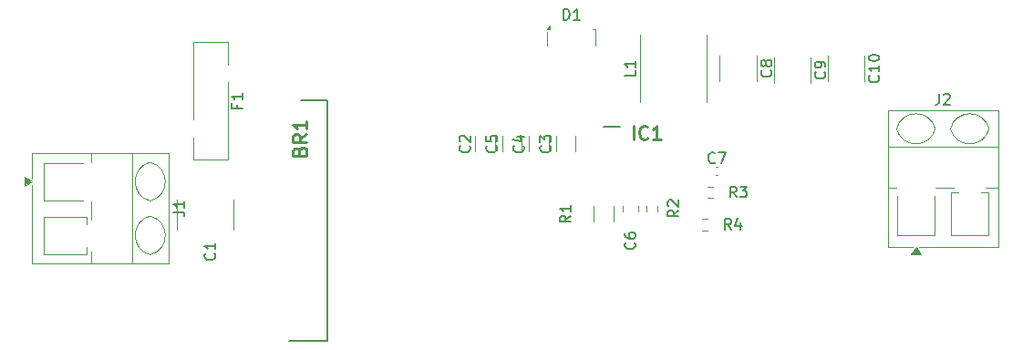
<source format=gbr>
%TF.GenerationSoftware,KiCad,Pcbnew,9.0.6*%
%TF.CreationDate,2025-11-14T16:09:11+05:30*%
%TF.ProjectId,fiveV_2A_LPS,66697665-565f-4324-915f-4c50532e6b69,rev?*%
%TF.SameCoordinates,Original*%
%TF.FileFunction,Legend,Top*%
%TF.FilePolarity,Positive*%
%FSLAX46Y46*%
G04 Gerber Fmt 4.6, Leading zero omitted, Abs format (unit mm)*
G04 Created by KiCad (PCBNEW 9.0.6) date 2025-11-14 16:09:11*
%MOMM*%
%LPD*%
G01*
G04 APERTURE LIST*
%ADD10C,0.150000*%
%ADD11C,0.254000*%
%ADD12C,0.120000*%
%ADD13C,0.200000*%
G04 APERTURE END LIST*
D10*
X208009580Y-102166666D02*
X208057200Y-102214285D01*
X208057200Y-102214285D02*
X208104819Y-102357142D01*
X208104819Y-102357142D02*
X208104819Y-102452380D01*
X208104819Y-102452380D02*
X208057200Y-102595237D01*
X208057200Y-102595237D02*
X207961961Y-102690475D01*
X207961961Y-102690475D02*
X207866723Y-102738094D01*
X207866723Y-102738094D02*
X207676247Y-102785713D01*
X207676247Y-102785713D02*
X207533390Y-102785713D01*
X207533390Y-102785713D02*
X207342914Y-102738094D01*
X207342914Y-102738094D02*
X207247676Y-102690475D01*
X207247676Y-102690475D02*
X207152438Y-102595237D01*
X207152438Y-102595237D02*
X207104819Y-102452380D01*
X207104819Y-102452380D02*
X207104819Y-102357142D01*
X207104819Y-102357142D02*
X207152438Y-102214285D01*
X207152438Y-102214285D02*
X207200057Y-102166666D01*
X207200057Y-101785713D02*
X207152438Y-101738094D01*
X207152438Y-101738094D02*
X207104819Y-101642856D01*
X207104819Y-101642856D02*
X207104819Y-101404761D01*
X207104819Y-101404761D02*
X207152438Y-101309523D01*
X207152438Y-101309523D02*
X207200057Y-101261904D01*
X207200057Y-101261904D02*
X207295295Y-101214285D01*
X207295295Y-101214285D02*
X207390533Y-101214285D01*
X207390533Y-101214285D02*
X207533390Y-101261904D01*
X207533390Y-101261904D02*
X208104819Y-101833332D01*
X208104819Y-101833332D02*
X208104819Y-101214285D01*
X215509580Y-102166666D02*
X215557200Y-102214285D01*
X215557200Y-102214285D02*
X215604819Y-102357142D01*
X215604819Y-102357142D02*
X215604819Y-102452380D01*
X215604819Y-102452380D02*
X215557200Y-102595237D01*
X215557200Y-102595237D02*
X215461961Y-102690475D01*
X215461961Y-102690475D02*
X215366723Y-102738094D01*
X215366723Y-102738094D02*
X215176247Y-102785713D01*
X215176247Y-102785713D02*
X215033390Y-102785713D01*
X215033390Y-102785713D02*
X214842914Y-102738094D01*
X214842914Y-102738094D02*
X214747676Y-102690475D01*
X214747676Y-102690475D02*
X214652438Y-102595237D01*
X214652438Y-102595237D02*
X214604819Y-102452380D01*
X214604819Y-102452380D02*
X214604819Y-102357142D01*
X214604819Y-102357142D02*
X214652438Y-102214285D01*
X214652438Y-102214285D02*
X214700057Y-102166666D01*
X214604819Y-101833332D02*
X214604819Y-101214285D01*
X214604819Y-101214285D02*
X214985771Y-101547618D01*
X214985771Y-101547618D02*
X214985771Y-101404761D01*
X214985771Y-101404761D02*
X215033390Y-101309523D01*
X215033390Y-101309523D02*
X215081009Y-101261904D01*
X215081009Y-101261904D02*
X215176247Y-101214285D01*
X215176247Y-101214285D02*
X215414342Y-101214285D01*
X215414342Y-101214285D02*
X215509580Y-101261904D01*
X215509580Y-101261904D02*
X215557200Y-101309523D01*
X215557200Y-101309523D02*
X215604819Y-101404761D01*
X215604819Y-101404761D02*
X215604819Y-101690475D01*
X215604819Y-101690475D02*
X215557200Y-101785713D01*
X215557200Y-101785713D02*
X215509580Y-101833332D01*
X232833333Y-106954819D02*
X232500000Y-106478628D01*
X232261905Y-106954819D02*
X232261905Y-105954819D01*
X232261905Y-105954819D02*
X232642857Y-105954819D01*
X232642857Y-105954819D02*
X232738095Y-106002438D01*
X232738095Y-106002438D02*
X232785714Y-106050057D01*
X232785714Y-106050057D02*
X232833333Y-106145295D01*
X232833333Y-106145295D02*
X232833333Y-106288152D01*
X232833333Y-106288152D02*
X232785714Y-106383390D01*
X232785714Y-106383390D02*
X232738095Y-106431009D01*
X232738095Y-106431009D02*
X232642857Y-106478628D01*
X232642857Y-106478628D02*
X232261905Y-106478628D01*
X233166667Y-105954819D02*
X233785714Y-105954819D01*
X233785714Y-105954819D02*
X233452381Y-106335771D01*
X233452381Y-106335771D02*
X233595238Y-106335771D01*
X233595238Y-106335771D02*
X233690476Y-106383390D01*
X233690476Y-106383390D02*
X233738095Y-106431009D01*
X233738095Y-106431009D02*
X233785714Y-106526247D01*
X233785714Y-106526247D02*
X233785714Y-106764342D01*
X233785714Y-106764342D02*
X233738095Y-106859580D01*
X233738095Y-106859580D02*
X233690476Y-106907200D01*
X233690476Y-106907200D02*
X233595238Y-106954819D01*
X233595238Y-106954819D02*
X233309524Y-106954819D01*
X233309524Y-106954819D02*
X233214286Y-106907200D01*
X233214286Y-106907200D02*
X233166667Y-106859580D01*
X217454819Y-108666666D02*
X216978628Y-108999999D01*
X217454819Y-109238094D02*
X216454819Y-109238094D01*
X216454819Y-109238094D02*
X216454819Y-108857142D01*
X216454819Y-108857142D02*
X216502438Y-108761904D01*
X216502438Y-108761904D02*
X216550057Y-108714285D01*
X216550057Y-108714285D02*
X216645295Y-108666666D01*
X216645295Y-108666666D02*
X216788152Y-108666666D01*
X216788152Y-108666666D02*
X216883390Y-108714285D01*
X216883390Y-108714285D02*
X216931009Y-108761904D01*
X216931009Y-108761904D02*
X216978628Y-108857142D01*
X216978628Y-108857142D02*
X216978628Y-109238094D01*
X217454819Y-107714285D02*
X217454819Y-108285713D01*
X217454819Y-107999999D02*
X216454819Y-107999999D01*
X216454819Y-107999999D02*
X216597676Y-108095237D01*
X216597676Y-108095237D02*
X216692914Y-108190475D01*
X216692914Y-108190475D02*
X216740533Y-108285713D01*
X180574819Y-108333333D02*
X181289104Y-108333333D01*
X181289104Y-108333333D02*
X181431961Y-108380952D01*
X181431961Y-108380952D02*
X181527200Y-108476190D01*
X181527200Y-108476190D02*
X181574819Y-108619047D01*
X181574819Y-108619047D02*
X181574819Y-108714285D01*
X181574819Y-107333333D02*
X181574819Y-107904761D01*
X181574819Y-107619047D02*
X180574819Y-107619047D01*
X180574819Y-107619047D02*
X180717676Y-107714285D01*
X180717676Y-107714285D02*
X180812914Y-107809523D01*
X180812914Y-107809523D02*
X180860533Y-107904761D01*
X216761905Y-90454819D02*
X216761905Y-89454819D01*
X216761905Y-89454819D02*
X217000000Y-89454819D01*
X217000000Y-89454819D02*
X217142857Y-89502438D01*
X217142857Y-89502438D02*
X217238095Y-89597676D01*
X217238095Y-89597676D02*
X217285714Y-89692914D01*
X217285714Y-89692914D02*
X217333333Y-89883390D01*
X217333333Y-89883390D02*
X217333333Y-90026247D01*
X217333333Y-90026247D02*
X217285714Y-90216723D01*
X217285714Y-90216723D02*
X217238095Y-90311961D01*
X217238095Y-90311961D02*
X217142857Y-90407200D01*
X217142857Y-90407200D02*
X217000000Y-90454819D01*
X217000000Y-90454819D02*
X216761905Y-90454819D01*
X218285714Y-90454819D02*
X217714286Y-90454819D01*
X218000000Y-90454819D02*
X218000000Y-89454819D01*
X218000000Y-89454819D02*
X217904762Y-89597676D01*
X217904762Y-89597676D02*
X217809524Y-89692914D01*
X217809524Y-89692914D02*
X217714286Y-89740533D01*
X227454819Y-108166666D02*
X226978628Y-108499999D01*
X227454819Y-108738094D02*
X226454819Y-108738094D01*
X226454819Y-108738094D02*
X226454819Y-108357142D01*
X226454819Y-108357142D02*
X226502438Y-108261904D01*
X226502438Y-108261904D02*
X226550057Y-108214285D01*
X226550057Y-108214285D02*
X226645295Y-108166666D01*
X226645295Y-108166666D02*
X226788152Y-108166666D01*
X226788152Y-108166666D02*
X226883390Y-108214285D01*
X226883390Y-108214285D02*
X226931009Y-108261904D01*
X226931009Y-108261904D02*
X226978628Y-108357142D01*
X226978628Y-108357142D02*
X226978628Y-108738094D01*
X226550057Y-107785713D02*
X226502438Y-107738094D01*
X226502438Y-107738094D02*
X226454819Y-107642856D01*
X226454819Y-107642856D02*
X226454819Y-107404761D01*
X226454819Y-107404761D02*
X226502438Y-107309523D01*
X226502438Y-107309523D02*
X226550057Y-107261904D01*
X226550057Y-107261904D02*
X226645295Y-107214285D01*
X226645295Y-107214285D02*
X226740533Y-107214285D01*
X226740533Y-107214285D02*
X226883390Y-107261904D01*
X226883390Y-107261904D02*
X227454819Y-107833332D01*
X227454819Y-107833332D02*
X227454819Y-107214285D01*
X251666666Y-97334819D02*
X251666666Y-98049104D01*
X251666666Y-98049104D02*
X251619047Y-98191961D01*
X251619047Y-98191961D02*
X251523809Y-98287200D01*
X251523809Y-98287200D02*
X251380952Y-98334819D01*
X251380952Y-98334819D02*
X251285714Y-98334819D01*
X252095238Y-97430057D02*
X252142857Y-97382438D01*
X252142857Y-97382438D02*
X252238095Y-97334819D01*
X252238095Y-97334819D02*
X252476190Y-97334819D01*
X252476190Y-97334819D02*
X252571428Y-97382438D01*
X252571428Y-97382438D02*
X252619047Y-97430057D01*
X252619047Y-97430057D02*
X252666666Y-97525295D01*
X252666666Y-97525295D02*
X252666666Y-97620533D01*
X252666666Y-97620533D02*
X252619047Y-97763390D01*
X252619047Y-97763390D02*
X252047619Y-98334819D01*
X252047619Y-98334819D02*
X252666666Y-98334819D01*
X230833333Y-103699580D02*
X230785714Y-103747200D01*
X230785714Y-103747200D02*
X230642857Y-103794819D01*
X230642857Y-103794819D02*
X230547619Y-103794819D01*
X230547619Y-103794819D02*
X230404762Y-103747200D01*
X230404762Y-103747200D02*
X230309524Y-103651961D01*
X230309524Y-103651961D02*
X230261905Y-103556723D01*
X230261905Y-103556723D02*
X230214286Y-103366247D01*
X230214286Y-103366247D02*
X230214286Y-103223390D01*
X230214286Y-103223390D02*
X230261905Y-103032914D01*
X230261905Y-103032914D02*
X230309524Y-102937676D01*
X230309524Y-102937676D02*
X230404762Y-102842438D01*
X230404762Y-102842438D02*
X230547619Y-102794819D01*
X230547619Y-102794819D02*
X230642857Y-102794819D01*
X230642857Y-102794819D02*
X230785714Y-102842438D01*
X230785714Y-102842438D02*
X230833333Y-102890057D01*
X231166667Y-102794819D02*
X231833333Y-102794819D01*
X231833333Y-102794819D02*
X231404762Y-103794819D01*
X210509580Y-102166666D02*
X210557200Y-102214285D01*
X210557200Y-102214285D02*
X210604819Y-102357142D01*
X210604819Y-102357142D02*
X210604819Y-102452380D01*
X210604819Y-102452380D02*
X210557200Y-102595237D01*
X210557200Y-102595237D02*
X210461961Y-102690475D01*
X210461961Y-102690475D02*
X210366723Y-102738094D01*
X210366723Y-102738094D02*
X210176247Y-102785713D01*
X210176247Y-102785713D02*
X210033390Y-102785713D01*
X210033390Y-102785713D02*
X209842914Y-102738094D01*
X209842914Y-102738094D02*
X209747676Y-102690475D01*
X209747676Y-102690475D02*
X209652438Y-102595237D01*
X209652438Y-102595237D02*
X209604819Y-102452380D01*
X209604819Y-102452380D02*
X209604819Y-102357142D01*
X209604819Y-102357142D02*
X209652438Y-102214285D01*
X209652438Y-102214285D02*
X209700057Y-102166666D01*
X209604819Y-101261904D02*
X209604819Y-101738094D01*
X209604819Y-101738094D02*
X210081009Y-101785713D01*
X210081009Y-101785713D02*
X210033390Y-101738094D01*
X210033390Y-101738094D02*
X209985771Y-101642856D01*
X209985771Y-101642856D02*
X209985771Y-101404761D01*
X209985771Y-101404761D02*
X210033390Y-101309523D01*
X210033390Y-101309523D02*
X210081009Y-101261904D01*
X210081009Y-101261904D02*
X210176247Y-101214285D01*
X210176247Y-101214285D02*
X210414342Y-101214285D01*
X210414342Y-101214285D02*
X210509580Y-101261904D01*
X210509580Y-101261904D02*
X210557200Y-101309523D01*
X210557200Y-101309523D02*
X210604819Y-101404761D01*
X210604819Y-101404761D02*
X210604819Y-101642856D01*
X210604819Y-101642856D02*
X210557200Y-101738094D01*
X210557200Y-101738094D02*
X210509580Y-101785713D01*
X246009580Y-95642857D02*
X246057200Y-95690476D01*
X246057200Y-95690476D02*
X246104819Y-95833333D01*
X246104819Y-95833333D02*
X246104819Y-95928571D01*
X246104819Y-95928571D02*
X246057200Y-96071428D01*
X246057200Y-96071428D02*
X245961961Y-96166666D01*
X245961961Y-96166666D02*
X245866723Y-96214285D01*
X245866723Y-96214285D02*
X245676247Y-96261904D01*
X245676247Y-96261904D02*
X245533390Y-96261904D01*
X245533390Y-96261904D02*
X245342914Y-96214285D01*
X245342914Y-96214285D02*
X245247676Y-96166666D01*
X245247676Y-96166666D02*
X245152438Y-96071428D01*
X245152438Y-96071428D02*
X245104819Y-95928571D01*
X245104819Y-95928571D02*
X245104819Y-95833333D01*
X245104819Y-95833333D02*
X245152438Y-95690476D01*
X245152438Y-95690476D02*
X245200057Y-95642857D01*
X246104819Y-94690476D02*
X246104819Y-95261904D01*
X246104819Y-94976190D02*
X245104819Y-94976190D01*
X245104819Y-94976190D02*
X245247676Y-95071428D01*
X245247676Y-95071428D02*
X245342914Y-95166666D01*
X245342914Y-95166666D02*
X245390533Y-95261904D01*
X245104819Y-94071428D02*
X245104819Y-93976190D01*
X245104819Y-93976190D02*
X245152438Y-93880952D01*
X245152438Y-93880952D02*
X245200057Y-93833333D01*
X245200057Y-93833333D02*
X245295295Y-93785714D01*
X245295295Y-93785714D02*
X245485771Y-93738095D01*
X245485771Y-93738095D02*
X245723866Y-93738095D01*
X245723866Y-93738095D02*
X245914342Y-93785714D01*
X245914342Y-93785714D02*
X246009580Y-93833333D01*
X246009580Y-93833333D02*
X246057200Y-93880952D01*
X246057200Y-93880952D02*
X246104819Y-93976190D01*
X246104819Y-93976190D02*
X246104819Y-94071428D01*
X246104819Y-94071428D02*
X246057200Y-94166666D01*
X246057200Y-94166666D02*
X246009580Y-94214285D01*
X246009580Y-94214285D02*
X245914342Y-94261904D01*
X245914342Y-94261904D02*
X245723866Y-94309523D01*
X245723866Y-94309523D02*
X245485771Y-94309523D01*
X245485771Y-94309523D02*
X245295295Y-94261904D01*
X245295295Y-94261904D02*
X245200057Y-94214285D01*
X245200057Y-94214285D02*
X245152438Y-94166666D01*
X245152438Y-94166666D02*
X245104819Y-94071428D01*
X223454819Y-95166666D02*
X223454819Y-95642856D01*
X223454819Y-95642856D02*
X222454819Y-95642856D01*
X223454819Y-94309523D02*
X223454819Y-94880951D01*
X223454819Y-94595237D02*
X222454819Y-94595237D01*
X222454819Y-94595237D02*
X222597676Y-94690475D01*
X222597676Y-94690475D02*
X222692914Y-94785713D01*
X222692914Y-94785713D02*
X222740533Y-94880951D01*
X223359580Y-111166666D02*
X223407200Y-111214285D01*
X223407200Y-111214285D02*
X223454819Y-111357142D01*
X223454819Y-111357142D02*
X223454819Y-111452380D01*
X223454819Y-111452380D02*
X223407200Y-111595237D01*
X223407200Y-111595237D02*
X223311961Y-111690475D01*
X223311961Y-111690475D02*
X223216723Y-111738094D01*
X223216723Y-111738094D02*
X223026247Y-111785713D01*
X223026247Y-111785713D02*
X222883390Y-111785713D01*
X222883390Y-111785713D02*
X222692914Y-111738094D01*
X222692914Y-111738094D02*
X222597676Y-111690475D01*
X222597676Y-111690475D02*
X222502438Y-111595237D01*
X222502438Y-111595237D02*
X222454819Y-111452380D01*
X222454819Y-111452380D02*
X222454819Y-111357142D01*
X222454819Y-111357142D02*
X222502438Y-111214285D01*
X222502438Y-111214285D02*
X222550057Y-111166666D01*
X222454819Y-110309523D02*
X222454819Y-110499999D01*
X222454819Y-110499999D02*
X222502438Y-110595237D01*
X222502438Y-110595237D02*
X222550057Y-110642856D01*
X222550057Y-110642856D02*
X222692914Y-110738094D01*
X222692914Y-110738094D02*
X222883390Y-110785713D01*
X222883390Y-110785713D02*
X223264342Y-110785713D01*
X223264342Y-110785713D02*
X223359580Y-110738094D01*
X223359580Y-110738094D02*
X223407200Y-110690475D01*
X223407200Y-110690475D02*
X223454819Y-110595237D01*
X223454819Y-110595237D02*
X223454819Y-110404761D01*
X223454819Y-110404761D02*
X223407200Y-110309523D01*
X223407200Y-110309523D02*
X223359580Y-110261904D01*
X223359580Y-110261904D02*
X223264342Y-110214285D01*
X223264342Y-110214285D02*
X223026247Y-110214285D01*
X223026247Y-110214285D02*
X222931009Y-110261904D01*
X222931009Y-110261904D02*
X222883390Y-110309523D01*
X222883390Y-110309523D02*
X222835771Y-110404761D01*
X222835771Y-110404761D02*
X222835771Y-110595237D01*
X222835771Y-110595237D02*
X222883390Y-110690475D01*
X222883390Y-110690475D02*
X222931009Y-110738094D01*
X222931009Y-110738094D02*
X223026247Y-110785713D01*
D11*
X223260237Y-101574318D02*
X223260237Y-100304318D01*
X224590714Y-101453365D02*
X224530238Y-101513842D01*
X224530238Y-101513842D02*
X224348809Y-101574318D01*
X224348809Y-101574318D02*
X224227857Y-101574318D01*
X224227857Y-101574318D02*
X224046428Y-101513842D01*
X224046428Y-101513842D02*
X223925476Y-101392889D01*
X223925476Y-101392889D02*
X223864999Y-101271937D01*
X223864999Y-101271937D02*
X223804523Y-101030032D01*
X223804523Y-101030032D02*
X223804523Y-100848603D01*
X223804523Y-100848603D02*
X223864999Y-100606699D01*
X223864999Y-100606699D02*
X223925476Y-100485746D01*
X223925476Y-100485746D02*
X224046428Y-100364794D01*
X224046428Y-100364794D02*
X224227857Y-100304318D01*
X224227857Y-100304318D02*
X224348809Y-100304318D01*
X224348809Y-100304318D02*
X224530238Y-100364794D01*
X224530238Y-100364794D02*
X224590714Y-100425270D01*
X225800238Y-101574318D02*
X225074523Y-101574318D01*
X225437380Y-101574318D02*
X225437380Y-100304318D01*
X225437380Y-100304318D02*
X225316428Y-100485746D01*
X225316428Y-100485746D02*
X225195476Y-100606699D01*
X225195476Y-100606699D02*
X225074523Y-100667175D01*
D10*
X184359580Y-112166666D02*
X184407200Y-112214285D01*
X184407200Y-112214285D02*
X184454819Y-112357142D01*
X184454819Y-112357142D02*
X184454819Y-112452380D01*
X184454819Y-112452380D02*
X184407200Y-112595237D01*
X184407200Y-112595237D02*
X184311961Y-112690475D01*
X184311961Y-112690475D02*
X184216723Y-112738094D01*
X184216723Y-112738094D02*
X184026247Y-112785713D01*
X184026247Y-112785713D02*
X183883390Y-112785713D01*
X183883390Y-112785713D02*
X183692914Y-112738094D01*
X183692914Y-112738094D02*
X183597676Y-112690475D01*
X183597676Y-112690475D02*
X183502438Y-112595237D01*
X183502438Y-112595237D02*
X183454819Y-112452380D01*
X183454819Y-112452380D02*
X183454819Y-112357142D01*
X183454819Y-112357142D02*
X183502438Y-112214285D01*
X183502438Y-112214285D02*
X183550057Y-112166666D01*
X184454819Y-111214285D02*
X184454819Y-111785713D01*
X184454819Y-111499999D02*
X183454819Y-111499999D01*
X183454819Y-111499999D02*
X183597676Y-111595237D01*
X183597676Y-111595237D02*
X183692914Y-111690475D01*
X183692914Y-111690475D02*
X183740533Y-111785713D01*
X236009580Y-95166666D02*
X236057200Y-95214285D01*
X236057200Y-95214285D02*
X236104819Y-95357142D01*
X236104819Y-95357142D02*
X236104819Y-95452380D01*
X236104819Y-95452380D02*
X236057200Y-95595237D01*
X236057200Y-95595237D02*
X235961961Y-95690475D01*
X235961961Y-95690475D02*
X235866723Y-95738094D01*
X235866723Y-95738094D02*
X235676247Y-95785713D01*
X235676247Y-95785713D02*
X235533390Y-95785713D01*
X235533390Y-95785713D02*
X235342914Y-95738094D01*
X235342914Y-95738094D02*
X235247676Y-95690475D01*
X235247676Y-95690475D02*
X235152438Y-95595237D01*
X235152438Y-95595237D02*
X235104819Y-95452380D01*
X235104819Y-95452380D02*
X235104819Y-95357142D01*
X235104819Y-95357142D02*
X235152438Y-95214285D01*
X235152438Y-95214285D02*
X235200057Y-95166666D01*
X235533390Y-94595237D02*
X235485771Y-94690475D01*
X235485771Y-94690475D02*
X235438152Y-94738094D01*
X235438152Y-94738094D02*
X235342914Y-94785713D01*
X235342914Y-94785713D02*
X235295295Y-94785713D01*
X235295295Y-94785713D02*
X235200057Y-94738094D01*
X235200057Y-94738094D02*
X235152438Y-94690475D01*
X235152438Y-94690475D02*
X235104819Y-94595237D01*
X235104819Y-94595237D02*
X235104819Y-94404761D01*
X235104819Y-94404761D02*
X235152438Y-94309523D01*
X235152438Y-94309523D02*
X235200057Y-94261904D01*
X235200057Y-94261904D02*
X235295295Y-94214285D01*
X235295295Y-94214285D02*
X235342914Y-94214285D01*
X235342914Y-94214285D02*
X235438152Y-94261904D01*
X235438152Y-94261904D02*
X235485771Y-94309523D01*
X235485771Y-94309523D02*
X235533390Y-94404761D01*
X235533390Y-94404761D02*
X235533390Y-94595237D01*
X235533390Y-94595237D02*
X235581009Y-94690475D01*
X235581009Y-94690475D02*
X235628628Y-94738094D01*
X235628628Y-94738094D02*
X235723866Y-94785713D01*
X235723866Y-94785713D02*
X235914342Y-94785713D01*
X235914342Y-94785713D02*
X236009580Y-94738094D01*
X236009580Y-94738094D02*
X236057200Y-94690475D01*
X236057200Y-94690475D02*
X236104819Y-94595237D01*
X236104819Y-94595237D02*
X236104819Y-94404761D01*
X236104819Y-94404761D02*
X236057200Y-94309523D01*
X236057200Y-94309523D02*
X236009580Y-94261904D01*
X236009580Y-94261904D02*
X235914342Y-94214285D01*
X235914342Y-94214285D02*
X235723866Y-94214285D01*
X235723866Y-94214285D02*
X235628628Y-94261904D01*
X235628628Y-94261904D02*
X235581009Y-94309523D01*
X235581009Y-94309523D02*
X235533390Y-94404761D01*
X213009580Y-102166666D02*
X213057200Y-102214285D01*
X213057200Y-102214285D02*
X213104819Y-102357142D01*
X213104819Y-102357142D02*
X213104819Y-102452380D01*
X213104819Y-102452380D02*
X213057200Y-102595237D01*
X213057200Y-102595237D02*
X212961961Y-102690475D01*
X212961961Y-102690475D02*
X212866723Y-102738094D01*
X212866723Y-102738094D02*
X212676247Y-102785713D01*
X212676247Y-102785713D02*
X212533390Y-102785713D01*
X212533390Y-102785713D02*
X212342914Y-102738094D01*
X212342914Y-102738094D02*
X212247676Y-102690475D01*
X212247676Y-102690475D02*
X212152438Y-102595237D01*
X212152438Y-102595237D02*
X212104819Y-102452380D01*
X212104819Y-102452380D02*
X212104819Y-102357142D01*
X212104819Y-102357142D02*
X212152438Y-102214285D01*
X212152438Y-102214285D02*
X212200057Y-102166666D01*
X212438152Y-101309523D02*
X213104819Y-101309523D01*
X212057200Y-101547618D02*
X212771485Y-101785713D01*
X212771485Y-101785713D02*
X212771485Y-101166666D01*
X186431009Y-98333333D02*
X186431009Y-98666666D01*
X186954819Y-98666666D02*
X185954819Y-98666666D01*
X185954819Y-98666666D02*
X185954819Y-98190476D01*
X186954819Y-97285714D02*
X186954819Y-97857142D01*
X186954819Y-97571428D02*
X185954819Y-97571428D01*
X185954819Y-97571428D02*
X186097676Y-97666666D01*
X186097676Y-97666666D02*
X186192914Y-97761904D01*
X186192914Y-97761904D02*
X186240533Y-97857142D01*
D11*
X192255080Y-102649047D02*
X192315556Y-102467619D01*
X192315556Y-102467619D02*
X192376032Y-102407142D01*
X192376032Y-102407142D02*
X192496984Y-102346666D01*
X192496984Y-102346666D02*
X192678413Y-102346666D01*
X192678413Y-102346666D02*
X192799365Y-102407142D01*
X192799365Y-102407142D02*
X192859842Y-102467619D01*
X192859842Y-102467619D02*
X192920318Y-102588571D01*
X192920318Y-102588571D02*
X192920318Y-103072381D01*
X192920318Y-103072381D02*
X191650318Y-103072381D01*
X191650318Y-103072381D02*
X191650318Y-102649047D01*
X191650318Y-102649047D02*
X191710794Y-102528095D01*
X191710794Y-102528095D02*
X191771270Y-102467619D01*
X191771270Y-102467619D02*
X191892222Y-102407142D01*
X191892222Y-102407142D02*
X192013175Y-102407142D01*
X192013175Y-102407142D02*
X192134127Y-102467619D01*
X192134127Y-102467619D02*
X192194603Y-102528095D01*
X192194603Y-102528095D02*
X192255080Y-102649047D01*
X192255080Y-102649047D02*
X192255080Y-103072381D01*
X192920318Y-101076666D02*
X192315556Y-101500000D01*
X192920318Y-101802381D02*
X191650318Y-101802381D01*
X191650318Y-101802381D02*
X191650318Y-101318571D01*
X191650318Y-101318571D02*
X191710794Y-101197619D01*
X191710794Y-101197619D02*
X191771270Y-101137142D01*
X191771270Y-101137142D02*
X191892222Y-101076666D01*
X191892222Y-101076666D02*
X192073651Y-101076666D01*
X192073651Y-101076666D02*
X192194603Y-101137142D01*
X192194603Y-101137142D02*
X192255080Y-101197619D01*
X192255080Y-101197619D02*
X192315556Y-101318571D01*
X192315556Y-101318571D02*
X192315556Y-101802381D01*
X192920318Y-99867142D02*
X192920318Y-100592857D01*
X192920318Y-100230000D02*
X191650318Y-100230000D01*
X191650318Y-100230000D02*
X191831746Y-100350952D01*
X191831746Y-100350952D02*
X191952699Y-100471904D01*
X191952699Y-100471904D02*
X192013175Y-100592857D01*
D10*
X232333333Y-109954819D02*
X232000000Y-109478628D01*
X231761905Y-109954819D02*
X231761905Y-108954819D01*
X231761905Y-108954819D02*
X232142857Y-108954819D01*
X232142857Y-108954819D02*
X232238095Y-109002438D01*
X232238095Y-109002438D02*
X232285714Y-109050057D01*
X232285714Y-109050057D02*
X232333333Y-109145295D01*
X232333333Y-109145295D02*
X232333333Y-109288152D01*
X232333333Y-109288152D02*
X232285714Y-109383390D01*
X232285714Y-109383390D02*
X232238095Y-109431009D01*
X232238095Y-109431009D02*
X232142857Y-109478628D01*
X232142857Y-109478628D02*
X231761905Y-109478628D01*
X233190476Y-109288152D02*
X233190476Y-109954819D01*
X232952381Y-108907200D02*
X232714286Y-109621485D01*
X232714286Y-109621485D02*
X233333333Y-109621485D01*
X241009580Y-95304166D02*
X241057200Y-95351785D01*
X241057200Y-95351785D02*
X241104819Y-95494642D01*
X241104819Y-95494642D02*
X241104819Y-95589880D01*
X241104819Y-95589880D02*
X241057200Y-95732737D01*
X241057200Y-95732737D02*
X240961961Y-95827975D01*
X240961961Y-95827975D02*
X240866723Y-95875594D01*
X240866723Y-95875594D02*
X240676247Y-95923213D01*
X240676247Y-95923213D02*
X240533390Y-95923213D01*
X240533390Y-95923213D02*
X240342914Y-95875594D01*
X240342914Y-95875594D02*
X240247676Y-95827975D01*
X240247676Y-95827975D02*
X240152438Y-95732737D01*
X240152438Y-95732737D02*
X240104819Y-95589880D01*
X240104819Y-95589880D02*
X240104819Y-95494642D01*
X240104819Y-95494642D02*
X240152438Y-95351785D01*
X240152438Y-95351785D02*
X240200057Y-95304166D01*
X241104819Y-94827975D02*
X241104819Y-94637499D01*
X241104819Y-94637499D02*
X241057200Y-94542261D01*
X241057200Y-94542261D02*
X241009580Y-94494642D01*
X241009580Y-94494642D02*
X240866723Y-94399404D01*
X240866723Y-94399404D02*
X240676247Y-94351785D01*
X240676247Y-94351785D02*
X240295295Y-94351785D01*
X240295295Y-94351785D02*
X240200057Y-94399404D01*
X240200057Y-94399404D02*
X240152438Y-94447023D01*
X240152438Y-94447023D02*
X240104819Y-94542261D01*
X240104819Y-94542261D02*
X240104819Y-94732737D01*
X240104819Y-94732737D02*
X240152438Y-94827975D01*
X240152438Y-94827975D02*
X240200057Y-94875594D01*
X240200057Y-94875594D02*
X240295295Y-94923213D01*
X240295295Y-94923213D02*
X240533390Y-94923213D01*
X240533390Y-94923213D02*
X240628628Y-94875594D01*
X240628628Y-94875594D02*
X240676247Y-94827975D01*
X240676247Y-94827975D02*
X240723866Y-94732737D01*
X240723866Y-94732737D02*
X240723866Y-94542261D01*
X240723866Y-94542261D02*
X240676247Y-94447023D01*
X240676247Y-94447023D02*
X240628628Y-94399404D01*
X240628628Y-94399404D02*
X240533390Y-94351785D01*
D12*
%TO.C,C2*%
X208590000Y-102711252D02*
X208590000Y-101288748D01*
X210410000Y-102711252D02*
X210410000Y-101288748D01*
%TO.C,C3*%
X216090000Y-102711252D02*
X216090000Y-101288748D01*
X217910000Y-102711252D02*
X217910000Y-101288748D01*
%TO.C,R3*%
X230667224Y-105977500D02*
X230157776Y-105977500D01*
X230667224Y-107022500D02*
X230157776Y-107022500D01*
%TO.C,R1*%
X219590000Y-107772936D02*
X219590000Y-109227064D01*
X221410000Y-107772936D02*
X221410000Y-109227064D01*
%TO.C,J1*%
X167380000Y-102880000D02*
X180120000Y-102880000D01*
X167380000Y-105200000D02*
X167380000Y-102880000D01*
X167380000Y-113120000D02*
X167380000Y-105800000D01*
X168500000Y-103750000D02*
X172170000Y-103750000D01*
X168500000Y-107250000D02*
X168500000Y-103750000D01*
X168500000Y-108750000D02*
X172500000Y-108750000D01*
X168500000Y-112250000D02*
X168500000Y-108750000D01*
X172170000Y-107250000D02*
X168500000Y-107250000D01*
X172500000Y-108750000D02*
X172500000Y-109452000D01*
X172500000Y-111548000D02*
X172500000Y-112250000D01*
X172500000Y-112250000D02*
X168500000Y-112250000D01*
X172900000Y-102880000D02*
X172900000Y-103670000D01*
X172900000Y-107330000D02*
X172900000Y-109038000D01*
X172900000Y-111962000D02*
X172900000Y-113120000D01*
X176700000Y-102880000D02*
X176700000Y-113120000D01*
X180120000Y-102880000D02*
X180120000Y-113120000D01*
X180120000Y-113120000D02*
X167380000Y-113120000D01*
X178400000Y-103700000D02*
G75*
G02*
X178400000Y-107300000I-457143J-1800000D01*
G01*
X178400000Y-107300000D02*
G75*
G02*
X178400000Y-103700000I457143J1800000D01*
G01*
X178400000Y-108700000D02*
G75*
G02*
X178400000Y-112300000I-457143J-1800000D01*
G01*
X178400000Y-112300000D02*
G75*
G02*
X178400000Y-108700000I457143J1800000D01*
G01*
X167380000Y-105500000D02*
X166770000Y-105940000D01*
X166770000Y-105060000D01*
X167380000Y-105500000D01*
G36*
X167380000Y-105500000D02*
G01*
X166770000Y-105940000D01*
X166770000Y-105060000D01*
X167380000Y-105500000D01*
G37*
%TO.C,D1*%
X215240000Y-91630000D02*
X215240000Y-92900000D01*
X219760000Y-91340000D02*
X219520000Y-91340000D01*
X219760000Y-91340000D02*
X219760000Y-92900000D01*
X215500000Y-91310000D02*
X215220000Y-91310000D01*
X215500000Y-91030000D01*
X215500000Y-91310000D01*
G36*
X215500000Y-91310000D02*
G01*
X215220000Y-91310000D01*
X215500000Y-91030000D01*
X215500000Y-91310000D01*
G37*
%TO.C,R2*%
X224477500Y-108254724D02*
X224477500Y-107745276D01*
X225522500Y-108254724D02*
X225522500Y-107745276D01*
%TO.C,J2*%
X246880000Y-98880000D02*
X257120000Y-98880000D01*
X246880000Y-102300000D02*
X257120000Y-102300000D01*
X246880000Y-106100000D02*
X247670000Y-106100000D01*
X246880000Y-111620000D02*
X246880000Y-98880000D01*
X247750000Y-110500000D02*
X247750000Y-106830000D01*
X249200000Y-111620000D02*
X246880000Y-111620000D01*
X251250000Y-106830000D02*
X251250000Y-110500000D01*
X251250000Y-110500000D02*
X247750000Y-110500000D01*
X251330000Y-106100000D02*
X253038000Y-106100000D01*
X252750000Y-106500000D02*
X253452000Y-106500000D01*
X252750000Y-110500000D02*
X252750000Y-106500000D01*
X255548000Y-106500000D02*
X256250000Y-106500000D01*
X255962000Y-106100000D02*
X257120000Y-106100000D01*
X256250000Y-106500000D02*
X256250000Y-110500000D01*
X256250000Y-110500000D02*
X252750000Y-110500000D01*
X257120000Y-98880000D02*
X257120000Y-111620000D01*
X257120000Y-111620000D02*
X249800000Y-111620000D01*
X247700000Y-100600000D02*
G75*
G02*
X251300000Y-100600000I1800000J-457143D01*
G01*
X251300000Y-100600000D02*
G75*
G02*
X247700000Y-100600000I-1800000J457143D01*
G01*
X252700000Y-100600000D02*
G75*
G02*
X256300000Y-100600000I1800000J-457143D01*
G01*
X256300000Y-100600000D02*
G75*
G02*
X252700000Y-100600000I-1800000J457143D01*
G01*
X249940000Y-112230000D02*
X249060000Y-112230000D01*
X249500000Y-111620000D01*
X249940000Y-112230000D01*
G36*
X249940000Y-112230000D02*
G01*
X249060000Y-112230000D01*
X249500000Y-111620000D01*
X249940000Y-112230000D01*
G37*
%TO.C,C7*%
X230884165Y-104140000D02*
X231115835Y-104140000D01*
X230884165Y-104860000D02*
X231115835Y-104860000D01*
%TO.C,C5*%
X211090000Y-102711252D02*
X211090000Y-101288748D01*
X212910000Y-102711252D02*
X212910000Y-101288748D01*
%TO.C,C10*%
X241290000Y-93838748D02*
X241290000Y-96161252D01*
X244710000Y-93838748D02*
X244710000Y-96161252D01*
%TO.C,L1*%
X223900000Y-98150000D02*
X223900000Y-91850000D01*
X230100000Y-98150000D02*
X230100000Y-91850000D01*
%TO.C,C6*%
X222265000Y-107738748D02*
X222265000Y-108261252D01*
X223735000Y-107738748D02*
X223735000Y-108261252D01*
D13*
%TO.C,IC1*%
X220525000Y-100395000D02*
X222048000Y-100395000D01*
D12*
%TO.C,C1*%
X180890000Y-109965748D02*
X180890000Y-107134252D01*
X186110000Y-109965748D02*
X186110000Y-107134252D01*
%TO.C,C8*%
X231290000Y-93838748D02*
X231290000Y-96161252D01*
X234710000Y-93838748D02*
X234710000Y-96161252D01*
%TO.C,C4*%
X213590000Y-102711252D02*
X213590000Y-101288748D01*
X215410000Y-102711252D02*
X215410000Y-101288748D01*
%TO.C,F1*%
X182400000Y-92550000D02*
X185600000Y-92550000D01*
X182400000Y-99712000D02*
X182400000Y-92550000D01*
X182400000Y-103450000D02*
X182400000Y-101388000D01*
X185600000Y-92550000D02*
X185600000Y-94612000D01*
X185600000Y-96288000D02*
X185600000Y-103450000D01*
X185600000Y-103450000D02*
X182400000Y-103450000D01*
D13*
%TO.C,BR1*%
X191286000Y-120270000D02*
X194846000Y-120270000D01*
X194846000Y-97970000D02*
X192346000Y-97970000D01*
X194846000Y-120270000D02*
X194846000Y-97970000D01*
D12*
%TO.C,R4*%
X229657776Y-108987500D02*
X230167224Y-108987500D01*
X229657776Y-110032500D02*
X230167224Y-110032500D01*
%TO.C,C9*%
X236290000Y-93976248D02*
X236290000Y-96298752D01*
X239710000Y-93976248D02*
X239710000Y-96298752D01*
%TD*%
M02*

</source>
